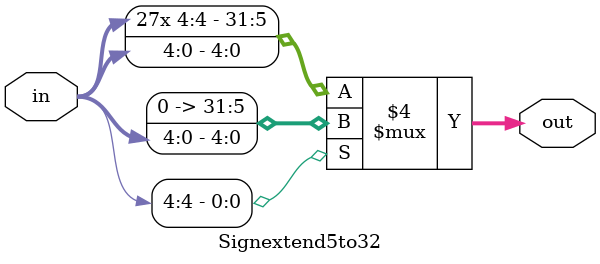
<source format=v>
`timescale 1ns / 1ps


module Signextend5to32(in, out);

    /* A 16-Bit input word */
    input [4:0] in;
    
    /* A 32-Bit output word */
    output reg [31:0] out;
    /* Fill in the implementation here ... */
	always @(in) begin
	if(in[4]==1'b1)  out <= {27'b000000000000000000000000000,in[4:0]};
              else  out <= {{27{in[4]}}, in};

	end
endmodule

</source>
